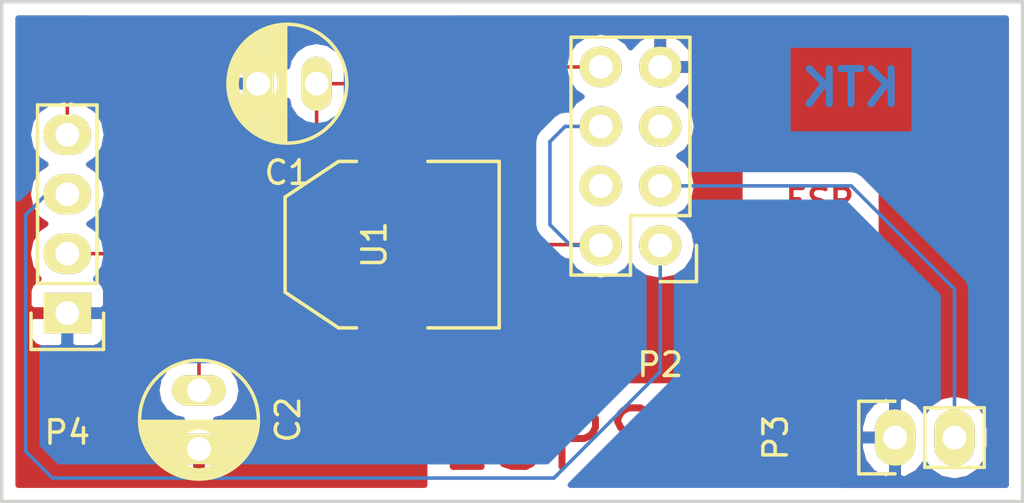
<source format=kicad_pcb>
(kicad_pcb (version 4) (host pcbnew 4.0.4+e1-6308~48~ubuntu16.04.1-stable)

  (general
    (links 14)
    (no_connects 0)
    (area 121.639267 86.8976 169.460734 109.550001)
    (thickness 1.6)
    (drawings 12)
    (tracks 57)
    (zones 0)
    (modules 6)
    (nets 9)
  )

  (page A4)
  (layers
    (0 F.Cu signal)
    (31 B.Cu signal)
    (34 B.Paste user)
    (35 F.Paste user)
    (36 B.SilkS user)
    (37 F.SilkS user)
    (38 B.Mask user)
    (39 F.Mask user)
    (44 Edge.Cuts user)
  )

  (setup
    (last_trace_width 0.1524)
    (trace_clearance 0.1524)
    (zone_clearance 0.508)
    (zone_45_only no)
    (trace_min 0.1524)
    (segment_width 0.2)
    (edge_width 0.15)
    (via_size 0.6858)
    (via_drill 0.3302)
    (via_min_size 0.6858)
    (via_min_drill 0.3302)
    (uvia_size 0.762)
    (uvia_drill 0.508)
    (uvias_allowed no)
    (uvia_min_size 0)
    (uvia_min_drill 0)
    (pcb_text_width 0.3)
    (pcb_text_size 1.5 1.5)
    (mod_edge_width 0.15)
    (mod_text_size 1 1)
    (mod_text_width 0.15)
    (pad_size 1.3 2.3)
    (pad_drill 1.016)
    (pad_to_mask_clearance 0.2)
    (aux_axis_origin 0 0)
    (visible_elements FFFFFF7F)
    (pcbplotparams
      (layerselection 0x010fc_ffffffff)
      (usegerberextensions false)
      (excludeedgelayer true)
      (linewidth 0.100000)
      (plotframeref false)
      (viasonmask false)
      (mode 1)
      (useauxorigin false)
      (hpglpennumber 1)
      (hpglpenspeed 20)
      (hpglpendiameter 15)
      (hpglpenoverlay 2)
      (psnegative false)
      (psa4output false)
      (plotreference true)
      (plotvalue true)
      (plotinvisibletext false)
      (padsonsilk false)
      (subtractmaskfromsilk false)
      (outputformat 1)
      (mirror false)
      (drillshape 0)
      (scaleselection 1)
      (outputdirectory pdf/))
  )

  (net 0 "")
  (net 1 +5V)
  (net 2 GND)
  (net 3 "Net-(C2-Pad1)")
  (net 4 "Net-(P2-Pad3)")
  (net 5 "Net-(P2-Pad4)")
  (net 6 "Net-(P2-Pad5)")
  (net 7 "Net-(P2-Pad1)")
  (net 8 "Net-(P2-Pad8)")

  (net_class Default "This is the default net class."
    (clearance 0.1524)
    (trace_width 0.1524)
    (via_dia 0.6858)
    (via_drill 0.3302)
    (uvia_dia 0.762)
    (uvia_drill 0.508)
    (add_net +5V)
    (add_net GND)
    (add_net "Net-(C2-Pad1)")
    (add_net "Net-(P2-Pad1)")
    (add_net "Net-(P2-Pad3)")
    (add_net "Net-(P2-Pad4)")
    (add_net "Net-(P2-Pad5)")
    (add_net "Net-(P2-Pad8)")
  )

  (module Capacitors_ThroughHole:C_Radial_D5_L11_P2.5 (layer F.Cu) (tedit 57D2C4BC) (tstamp 579617C5)
    (at 137.275 91.625 180)
    (descr "Radial Electrolytic Capacitor Diameter 5mm x Length 11mm, Pitch 2.5mm")
    (tags "Electrolytic Capacitor")
    (path /579612F7)
    (fp_text reference C1 (at 1.25 -3.8 180) (layer F.SilkS)
      (effects (font (size 1 1) (thickness 0.15)))
    )
    (fp_text value 10uF (at 1.25 3.8 180) (layer F.Fab)
      (effects (font (size 1 1) (thickness 0.15)))
    )
    (fp_line (start 1.325 -2.499) (end 1.325 2.499) (layer F.SilkS) (width 0.15))
    (fp_line (start 1.465 -2.491) (end 1.465 2.491) (layer F.SilkS) (width 0.15))
    (fp_line (start 1.605 -2.475) (end 1.605 -0.095) (layer F.SilkS) (width 0.15))
    (fp_line (start 1.605 0.095) (end 1.605 2.475) (layer F.SilkS) (width 0.15))
    (fp_line (start 1.745 -2.451) (end 1.745 -0.49) (layer F.SilkS) (width 0.15))
    (fp_line (start 1.745 0.49) (end 1.745 2.451) (layer F.SilkS) (width 0.15))
    (fp_line (start 1.885 -2.418) (end 1.885 -0.657) (layer F.SilkS) (width 0.15))
    (fp_line (start 1.885 0.657) (end 1.885 2.418) (layer F.SilkS) (width 0.15))
    (fp_line (start 2.025 -2.377) (end 2.025 -0.764) (layer F.SilkS) (width 0.15))
    (fp_line (start 2.025 0.764) (end 2.025 2.377) (layer F.SilkS) (width 0.15))
    (fp_line (start 2.165 -2.327) (end 2.165 -0.835) (layer F.SilkS) (width 0.15))
    (fp_line (start 2.165 0.835) (end 2.165 2.327) (layer F.SilkS) (width 0.15))
    (fp_line (start 2.305 -2.266) (end 2.305 -0.879) (layer F.SilkS) (width 0.15))
    (fp_line (start 2.305 0.879) (end 2.305 2.266) (layer F.SilkS) (width 0.15))
    (fp_line (start 2.445 -2.196) (end 2.445 -0.898) (layer F.SilkS) (width 0.15))
    (fp_line (start 2.445 0.898) (end 2.445 2.196) (layer F.SilkS) (width 0.15))
    (fp_line (start 2.585 -2.114) (end 2.585 -0.896) (layer F.SilkS) (width 0.15))
    (fp_line (start 2.585 0.896) (end 2.585 2.114) (layer F.SilkS) (width 0.15))
    (fp_line (start 2.725 -2.019) (end 2.725 -0.871) (layer F.SilkS) (width 0.15))
    (fp_line (start 2.725 0.871) (end 2.725 2.019) (layer F.SilkS) (width 0.15))
    (fp_line (start 2.865 -1.908) (end 2.865 -0.823) (layer F.SilkS) (width 0.15))
    (fp_line (start 2.865 0.823) (end 2.865 1.908) (layer F.SilkS) (width 0.15))
    (fp_line (start 3.005 -1.78) (end 3.005 -0.745) (layer F.SilkS) (width 0.15))
    (fp_line (start 3.005 0.745) (end 3.005 1.78) (layer F.SilkS) (width 0.15))
    (fp_line (start 3.145 -1.631) (end 3.145 -0.628) (layer F.SilkS) (width 0.15))
    (fp_line (start 3.145 0.628) (end 3.145 1.631) (layer F.SilkS) (width 0.15))
    (fp_line (start 3.285 -1.452) (end 3.285 -0.44) (layer F.SilkS) (width 0.15))
    (fp_line (start 3.285 0.44) (end 3.285 1.452) (layer F.SilkS) (width 0.15))
    (fp_line (start 3.425 -1.233) (end 3.425 1.233) (layer F.SilkS) (width 0.15))
    (fp_line (start 3.565 -0.944) (end 3.565 0.944) (layer F.SilkS) (width 0.15))
    (fp_line (start 3.705 -0.472) (end 3.705 0.472) (layer F.SilkS) (width 0.15))
    (fp_circle (center 2.5 0) (end 2.5 -0.9) (layer F.SilkS) (width 0.15))
    (fp_circle (center 1.25 0) (end 1.25 -2.5375) (layer F.SilkS) (width 0.15))
    (fp_circle (center 1.25 0) (end 1.25 -2.8) (layer F.CrtYd) (width 0.05))
    (pad 1 thru_hole oval (at 0 0 180) (size 1.3 2.3) (drill 1.016) (layers *.Cu *.Mask F.SilkS)
      (net 1 +5V))
    (pad 2 thru_hole oval (at 2.5 0 180) (size 1.3 2.3) (drill 1.016) (layers *.Cu *.Mask F.SilkS)
      (net 2 GND))
    (model Capacitors_ThroughHole.3dshapes/C_Radial_D5_L11_P2.5.wrl
      (at (xyz 0.049213 0 0))
      (scale (xyz 1 1 1))
      (rotate (xyz 0 0 90))
    )
  )

  (module Capacitors_ThroughHole:C_Radial_D5_L11_P2.5 (layer F.Cu) (tedit 57961D50) (tstamp 579617CB)
    (at 132.25 104.725 270)
    (descr "Radial Electrolytic Capacitor Diameter 5mm x Length 11mm, Pitch 2.5mm")
    (tags "Electrolytic Capacitor")
    (path /579611F8)
    (fp_text reference C2 (at 1.25 -3.8 270) (layer F.SilkS)
      (effects (font (size 1 1) (thickness 0.15)))
    )
    (fp_text value 100uF (at 1.25 3.8 270) (layer F.Fab)
      (effects (font (size 1 1) (thickness 0.15)))
    )
    (fp_line (start 1.325 -2.499) (end 1.325 2.499) (layer F.SilkS) (width 0.15))
    (fp_line (start 1.465 -2.491) (end 1.465 2.491) (layer F.SilkS) (width 0.15))
    (fp_line (start 1.605 -2.475) (end 1.605 -0.095) (layer F.SilkS) (width 0.15))
    (fp_line (start 1.605 0.095) (end 1.605 2.475) (layer F.SilkS) (width 0.15))
    (fp_line (start 1.745 -2.451) (end 1.745 -0.49) (layer F.SilkS) (width 0.15))
    (fp_line (start 1.745 0.49) (end 1.745 2.451) (layer F.SilkS) (width 0.15))
    (fp_line (start 1.885 -2.418) (end 1.885 -0.657) (layer F.SilkS) (width 0.15))
    (fp_line (start 1.885 0.657) (end 1.885 2.418) (layer F.SilkS) (width 0.15))
    (fp_line (start 2.025 -2.377) (end 2.025 -0.764) (layer F.SilkS) (width 0.15))
    (fp_line (start 2.025 0.764) (end 2.025 2.377) (layer F.SilkS) (width 0.15))
    (fp_line (start 2.165 -2.327) (end 2.165 -0.835) (layer F.SilkS) (width 0.15))
    (fp_line (start 2.165 0.835) (end 2.165 2.327) (layer F.SilkS) (width 0.15))
    (fp_line (start 2.305 -2.266) (end 2.305 -0.879) (layer F.SilkS) (width 0.15))
    (fp_line (start 2.305 0.879) (end 2.305 2.266) (layer F.SilkS) (width 0.15))
    (fp_line (start 2.445 -2.196) (end 2.445 -0.898) (layer F.SilkS) (width 0.15))
    (fp_line (start 2.445 0.898) (end 2.445 2.196) (layer F.SilkS) (width 0.15))
    (fp_line (start 2.585 -2.114) (end 2.585 -0.896) (layer F.SilkS) (width 0.15))
    (fp_line (start 2.585 0.896) (end 2.585 2.114) (layer F.SilkS) (width 0.15))
    (fp_line (start 2.725 -2.019) (end 2.725 -0.871) (layer F.SilkS) (width 0.15))
    (fp_line (start 2.725 0.871) (end 2.725 2.019) (layer F.SilkS) (width 0.15))
    (fp_line (start 2.865 -1.908) (end 2.865 -0.823) (layer F.SilkS) (width 0.15))
    (fp_line (start 2.865 0.823) (end 2.865 1.908) (layer F.SilkS) (width 0.15))
    (fp_line (start 3.005 -1.78) (end 3.005 -0.745) (layer F.SilkS) (width 0.15))
    (fp_line (start 3.005 0.745) (end 3.005 1.78) (layer F.SilkS) (width 0.15))
    (fp_line (start 3.145 -1.631) (end 3.145 -0.628) (layer F.SilkS) (width 0.15))
    (fp_line (start 3.145 0.628) (end 3.145 1.631) (layer F.SilkS) (width 0.15))
    (fp_line (start 3.285 -1.452) (end 3.285 -0.44) (layer F.SilkS) (width 0.15))
    (fp_line (start 3.285 0.44) (end 3.285 1.452) (layer F.SilkS) (width 0.15))
    (fp_line (start 3.425 -1.233) (end 3.425 1.233) (layer F.SilkS) (width 0.15))
    (fp_line (start 3.565 -0.944) (end 3.565 0.944) (layer F.SilkS) (width 0.15))
    (fp_line (start 3.705 -0.472) (end 3.705 0.472) (layer F.SilkS) (width 0.15))
    (fp_circle (center 2.5 0) (end 2.5 -0.9) (layer F.SilkS) (width 0.15))
    (fp_circle (center 1.25 0) (end 1.25 -2.5375) (layer F.SilkS) (width 0.15))
    (fp_circle (center 1.25 0) (end 1.25 -2.8) (layer F.CrtYd) (width 0.05))
    (pad 1 thru_hole oval (at 0 0 270) (size 1.3 2.3) (drill 1.016) (layers *.Cu *.Mask F.SilkS)
      (net 3 "Net-(C2-Pad1)"))
    (pad 2 thru_hole oval (at 2.5 0 270) (size 1.3 2.3) (drill 1.016) (layers *.Cu *.Mask F.SilkS)
      (net 2 GND))
    (model Capacitors_ThroughHole.3dshapes/C_Radial_D5_L11_P2.5.wrl
      (at (xyz 0.049213 0 0))
      (scale (xyz 1 1 1))
      (rotate (xyz 0 0 90))
    )
  )

  (module Pin_Headers:Pin_Header_Straight_2x04 (layer F.Cu) (tedit 57D2C478) (tstamp 579617E0)
    (at 151.95 98.53 180)
    (descr "Through hole pin header")
    (tags "pin header")
    (path /5796119A)
    (fp_text reference P2 (at 0 -5.1 180) (layer F.SilkS)
      (effects (font (size 1 1) (thickness 0.15)))
    )
    (fp_text value CONN_02X04 (at 0 -3.1 180) (layer F.Fab)
      (effects (font (size 1 1) (thickness 0.15)))
    )
    (fp_line (start -1.75 -1.75) (end -1.75 9.4) (layer F.CrtYd) (width 0.05))
    (fp_line (start 4.3 -1.75) (end 4.3 9.4) (layer F.CrtYd) (width 0.05))
    (fp_line (start -1.75 -1.75) (end 4.3 -1.75) (layer F.CrtYd) (width 0.05))
    (fp_line (start -1.75 9.4) (end 4.3 9.4) (layer F.CrtYd) (width 0.05))
    (fp_line (start -1.27 1.27) (end -1.27 8.89) (layer F.SilkS) (width 0.15))
    (fp_line (start -1.27 8.89) (end 3.81 8.89) (layer F.SilkS) (width 0.15))
    (fp_line (start 3.81 8.89) (end 3.81 -1.27) (layer F.SilkS) (width 0.15))
    (fp_line (start 3.81 -1.27) (end 1.27 -1.27) (layer F.SilkS) (width 0.15))
    (fp_line (start 0 -1.55) (end -1.55 -1.55) (layer F.SilkS) (width 0.15))
    (fp_line (start 1.27 -1.27) (end 1.27 1.27) (layer F.SilkS) (width 0.15))
    (fp_line (start 1.27 1.27) (end -1.27 1.27) (layer F.SilkS) (width 0.15))
    (fp_line (start -1.55 -1.55) (end -1.55 0) (layer F.SilkS) (width 0.15))
    (pad 1 thru_hole oval (at 0 0 180) (size 1.8 1.7272) (drill 1.016) (layers *.Cu *.Mask F.SilkS)
      (net 7 "Net-(P2-Pad1)"))
    (pad 2 thru_hole oval (at 2.54 0 180) (size 1.8 1.7272) (drill 1.016) (layers *.Cu *.Mask F.SilkS)
      (net 3 "Net-(C2-Pad1)"))
    (pad 3 thru_hole oval (at 0 2.54 180) (size 1.8 1.7272) (drill 1.016) (layers *.Cu *.Mask F.SilkS)
      (net 4 "Net-(P2-Pad3)"))
    (pad 4 thru_hole oval (at 2.54 2.54 180) (size 1.8 1.7272) (drill 1.016) (layers *.Cu *.Mask F.SilkS)
      (net 5 "Net-(P2-Pad4)"))
    (pad 5 thru_hole oval (at 0 5.08 180) (size 1.8 1.7272) (drill 1.016) (layers *.Cu *.Mask F.SilkS)
      (net 6 "Net-(P2-Pad5)"))
    (pad 6 thru_hole oval (at 2.54 5.08 180) (size 1.8 1.7272) (drill 1.016) (layers *.Cu *.Mask F.SilkS)
      (net 3 "Net-(C2-Pad1)"))
    (pad 7 thru_hole oval (at 0 7.62 180) (size 1.8 1.7272) (drill 1.016) (layers *.Cu *.Mask F.SilkS)
      (net 2 GND))
    (pad 8 thru_hole oval (at 2.54 7.62 180) (size 1.8 1.7272) (drill 1.016) (layers *.Cu *.Mask F.SilkS)
      (net 8 "Net-(P2-Pad8)"))
    (model Pin_Headers.3dshapes/Pin_Header_Straight_2x04.wrl
      (at (xyz 0.05 -0.15 0))
      (scale (xyz 1 1 1))
      (rotate (xyz 0 0 90))
    )
  )

  (module Pin_Headers:Pin_Header_Straight_1x02 (layer F.Cu) (tedit 57D2C49E) (tstamp 579617E6)
    (at 161.98 106.74 90)
    (descr "Through hole pin header")
    (tags "pin header")
    (path /57961BAB)
    (fp_text reference P3 (at 0 -5.1 90) (layer F.SilkS)
      (effects (font (size 1 1) (thickness 0.15)))
    )
    (fp_text value CONN_01X02 (at 0 -3.1 90) (layer F.Fab)
      (effects (font (size 1 1) (thickness 0.15)))
    )
    (fp_line (start 1.27 1.27) (end 1.27 3.81) (layer F.SilkS) (width 0.15))
    (fp_line (start 1.55 -1.55) (end 1.55 0) (layer F.SilkS) (width 0.15))
    (fp_line (start -1.75 -1.75) (end -1.75 4.3) (layer F.CrtYd) (width 0.05))
    (fp_line (start 1.75 -1.75) (end 1.75 4.3) (layer F.CrtYd) (width 0.05))
    (fp_line (start -1.75 -1.75) (end 1.75 -1.75) (layer F.CrtYd) (width 0.05))
    (fp_line (start -1.75 4.3) (end 1.75 4.3) (layer F.CrtYd) (width 0.05))
    (fp_line (start 1.27 1.27) (end -1.27 1.27) (layer F.SilkS) (width 0.15))
    (fp_line (start -1.55 0) (end -1.55 -1.55) (layer F.SilkS) (width 0.15))
    (fp_line (start -1.55 -1.55) (end 1.55 -1.55) (layer F.SilkS) (width 0.15))
    (fp_line (start -1.27 1.27) (end -1.27 3.81) (layer F.SilkS) (width 0.15))
    (fp_line (start -1.27 3.81) (end 1.27 3.81) (layer F.SilkS) (width 0.15))
    (pad 1 thru_hole oval (at 0 0 90) (size 2.4 1.7272) (drill 1.016) (layers *.Cu *.Mask F.SilkS)
      (net 2 GND))
    (pad 2 thru_hole oval (at 0 2.54 90) (size 2.4 1.7272) (drill 1.016) (layers *.Cu *.Mask F.SilkS)
      (net 4 "Net-(P2-Pad3)"))
    (model Pin_Headers.3dshapes/Pin_Header_Straight_1x02.wrl
      (at (xyz 0 -0.05 0))
      (scale (xyz 1 1 1))
      (rotate (xyz 0 0 90))
    )
  )

  (module TO_SOT_Packages_SMD:SOT-223 (layer F.Cu) (tedit 0) (tstamp 579617EE)
    (at 140.5 98.5 90)
    (descr "module CMS SOT223 4 pins")
    (tags "CMS SOT")
    (path /579616D5)
    (attr smd)
    (fp_text reference U1 (at 0 -0.762 90) (layer F.SilkS)
      (effects (font (size 1 1) (thickness 0.15)))
    )
    (fp_text value LM1117-3.3 (at 0 0.762 90) (layer F.Fab)
      (effects (font (size 1 1) (thickness 0.15)))
    )
    (fp_line (start -3.556 1.524) (end -3.556 4.572) (layer F.SilkS) (width 0.15))
    (fp_line (start -3.556 4.572) (end 3.556 4.572) (layer F.SilkS) (width 0.15))
    (fp_line (start 3.556 4.572) (end 3.556 1.524) (layer F.SilkS) (width 0.15))
    (fp_line (start -3.556 -1.524) (end -3.556 -2.286) (layer F.SilkS) (width 0.15))
    (fp_line (start -3.556 -2.286) (end -2.032 -4.572) (layer F.SilkS) (width 0.15))
    (fp_line (start -2.032 -4.572) (end 2.032 -4.572) (layer F.SilkS) (width 0.15))
    (fp_line (start 2.032 -4.572) (end 3.556 -2.286) (layer F.SilkS) (width 0.15))
    (fp_line (start 3.556 -2.286) (end 3.556 -1.524) (layer F.SilkS) (width 0.15))
    (pad 4 smd rect (at 0 -3.302 90) (size 3.6576 2.032) (layers F.Cu F.Paste F.Mask)
      (net 3 "Net-(C2-Pad1)"))
    (pad 2 smd rect (at 0 3.302 90) (size 1.016 2.032) (layers F.Cu F.Paste F.Mask)
      (net 3 "Net-(C2-Pad1)"))
    (pad 3 smd rect (at 2.286 3.302 90) (size 1.016 2.032) (layers F.Cu F.Paste F.Mask)
      (net 1 +5V))
    (pad 1 smd rect (at -2.286 3.302 90) (size 1.016 2.032) (layers F.Cu F.Paste F.Mask)
      (net 2 GND))
    (model TO_SOT_Packages_SMD.3dshapes/SOT-223.wrl
      (at (xyz 0 0 0))
      (scale (xyz 0.4 0.4 0.4))
      (rotate (xyz 0 0 0))
    )
  )

  (module Pin_Headers:Pin_Header_Straight_1x04 (layer F.Cu) (tedit 0) (tstamp 57AE0409)
    (at 126.625 101.425 180)
    (descr "Through hole pin header")
    (tags "pin header")
    (path /57AE041F)
    (fp_text reference P4 (at 0 -5.1 180) (layer F.SilkS)
      (effects (font (size 1 1) (thickness 0.15)))
    )
    (fp_text value CONN_01X04 (at 0 -3.1 180) (layer F.Fab)
      (effects (font (size 1 1) (thickness 0.15)))
    )
    (fp_line (start -1.75 -1.75) (end -1.75 9.4) (layer F.CrtYd) (width 0.05))
    (fp_line (start 1.75 -1.75) (end 1.75 9.4) (layer F.CrtYd) (width 0.05))
    (fp_line (start -1.75 -1.75) (end 1.75 -1.75) (layer F.CrtYd) (width 0.05))
    (fp_line (start -1.75 9.4) (end 1.75 9.4) (layer F.CrtYd) (width 0.05))
    (fp_line (start -1.27 1.27) (end -1.27 8.89) (layer F.SilkS) (width 0.15))
    (fp_line (start 1.27 1.27) (end 1.27 8.89) (layer F.SilkS) (width 0.15))
    (fp_line (start 1.55 -1.55) (end 1.55 0) (layer F.SilkS) (width 0.15))
    (fp_line (start -1.27 8.89) (end 1.27 8.89) (layer F.SilkS) (width 0.15))
    (fp_line (start 1.27 1.27) (end -1.27 1.27) (layer F.SilkS) (width 0.15))
    (fp_line (start -1.55 0) (end -1.55 -1.55) (layer F.SilkS) (width 0.15))
    (fp_line (start -1.55 -1.55) (end 1.55 -1.55) (layer F.SilkS) (width 0.15))
    (pad 1 thru_hole rect (at 0 0 180) (size 2.032 1.7272) (drill 1.016) (layers *.Cu *.Mask F.SilkS)
      (net 2 GND))
    (pad 2 thru_hole oval (at 0 2.54 180) (size 2.032 1.7272) (drill 1.016) (layers *.Cu *.Mask F.SilkS)
      (net 1 +5V))
    (pad 3 thru_hole oval (at 0 5.08 180) (size 2.032 1.7272) (drill 1.016) (layers *.Cu *.Mask F.SilkS)
      (net 7 "Net-(P2-Pad1)"))
    (pad 4 thru_hole oval (at 0 7.62 180) (size 2.032 1.7272) (drill 1.016) (layers *.Cu *.Mask F.SilkS)
      (net 8 "Net-(P2-Pad8)"))
    (model Pin_Headers.3dshapes/Pin_Header_Straight_1x04.wrl
      (at (xyz 0 -0.15 0))
      (scale (xyz 1 1 1))
      (rotate (xyz 0 0 90))
    )
  )

  (gr_text KTK (at 160.1 91.8) (layer B.Cu)
    (effects (font (size 1.5 1.5) (thickness 0.3)) (justify mirror))
  )
  (gr_line (start 123.825 88.125) (end 124.025 88.125) (angle 90) (layer Edge.Cuts) (width 0.15))
  (gr_text " ESP\nFRONT" (at 158.375 97.45) (layer F.Cu)
    (effects (font (size 1.016 1.016) (thickness 0.1905)))
  )
  (gr_text Tx (at 130.15 92.925) (layer F.Cu)
    (effects (font (size 1.5 1.5) (thickness 0.3)))
  )
  (gr_text Rx (at 130.2 96.175) (layer F.Cu)
    (effects (font (size 1.5 1.5) (thickness 0.3)))
  )
  (gr_line (start 123.825 109.475) (end 123.825 88.125) (angle 90) (layer Edge.Cuts) (width 0.15))
  (gr_line (start 167.425 109.475) (end 123.825 109.475) (angle 90) (layer Edge.Cuts) (width 0.15))
  (gr_line (start 167.425 88.125) (end 167.425 109.475) (angle 90) (layer Edge.Cuts) (width 0.15))
  (gr_line (start 123.95 88.125) (end 167.425 88.125) (angle 90) (layer Edge.Cuts) (width 0.15))
  (gr_text + (at 129.725 99.85) (layer F.Cu)
    (effects (font (size 1.5 1.5) (thickness 0.3)))
  )
  (gr_text - (at 129.625 102.375) (layer F.Cu)
    (effects (font (size 1.5 1.5) (thickness 0.3)))
  )
  (gr_text ESP8266 (at 150.85 106.83) (layer F.Cu)
    (effects (font (size 2.5 2.5) (thickness 0.3)))
  )

  (segment (start 126.625 98.885) (end 128.49 98.885) (width 0.1524) (layer F.Cu) (net 1))
  (segment (start 137.275 94.325) (end 137.275 91.625) (width 0.1524) (layer F.Cu) (net 1) (tstamp 57AE07BA))
  (segment (start 136 95.6) (end 137.275 94.325) (width 0.1524) (layer F.Cu) (net 1) (tstamp 57AE07B8))
  (segment (start 135.25 95.6) (end 136 95.6) (width 0.1524) (layer F.Cu) (net 1) (tstamp 57AE07B6))
  (segment (start 132.9 97.95) (end 135.25 95.6) (width 0.1524) (layer F.Cu) (net 1) (tstamp 57AE07B4))
  (segment (start 129.425 97.95) (end 132.9 97.95) (width 0.1524) (layer F.Cu) (net 1) (tstamp 57AE07B2))
  (segment (start 128.49 98.885) (end 129.425 97.95) (width 0.1524) (layer F.Cu) (net 1) (tstamp 57AE07AF))
  (segment (start 137.275 91.625) (end 142.4 91.625) (width 0.1524) (layer F.Cu) (net 1))
  (segment (start 143.802 93.027) (end 143.802 96.214) (width 0.1524) (layer F.Cu) (net 1) (tstamp 57AE0762))
  (segment (start 142.4 91.625) (end 143.802 93.027) (width 0.1524) (layer F.Cu) (net 1) (tstamp 57AE075F))
  (segment (start 143.802 100.786) (end 146.996 100.786) (width 0.1524) (layer F.Cu) (net 2) (status 400000))
  (segment (start 161.98 105.33) (end 161.98 106.74) (width 0.1524) (layer F.Cu) (net 2) (tstamp 57D2C3FA) (status 800000))
  (segment (start 160.28 103.63) (end 161.98 105.33) (width 0.1524) (layer F.Cu) (net 2) (tstamp 57D2C3F8))
  (segment (start 149.84 103.63) (end 160.28 103.63) (width 0.1524) (layer F.Cu) (net 2) (tstamp 57D2C3F6))
  (segment (start 146.996 100.786) (end 149.84 103.63) (width 0.1524) (layer F.Cu) (net 2) (tstamp 57D2C3F2))
  (segment (start 126.625 101.425) (end 128.665 101.425) (width 0.1524) (layer B.Cu) (net 2) (status 400000))
  (segment (start 132.555 91.625) (end 134.775 91.625) (width 0.1524) (layer B.Cu) (net 2) (tstamp 57D2C394) (status 800000))
  (segment (start 131.14 93.04) (end 132.555 91.625) (width 0.1524) (layer B.Cu) (net 2) (tstamp 57D2C392))
  (segment (start 131.14 98.95) (end 131.14 93.04) (width 0.1524) (layer B.Cu) (net 2) (tstamp 57D2C390))
  (segment (start 128.665 101.425) (end 131.14 98.95) (width 0.1524) (layer B.Cu) (net 2) (tstamp 57D2C38D))
  (segment (start 134.775 91.625) (end 134.775 90.985) (width 0.1524) (layer B.Cu) (net 2) (status C00000))
  (segment (start 134.775 90.985) (end 136.81 88.95) (width 0.1524) (layer B.Cu) (net 2) (tstamp 57D2C355) (status 400000))
  (segment (start 136.81 88.95) (end 151.46 88.95) (width 0.1524) (layer B.Cu) (net 2) (tstamp 57D2C35C))
  (segment (start 151.46 88.95) (end 151.95 89.44) (width 0.1524) (layer B.Cu) (net 2) (tstamp 57D2C360))
  (segment (start 151.95 89.44) (end 151.95 90.91) (width 0.1524) (layer B.Cu) (net 2) (tstamp 57D2C362) (status 800000))
  (segment (start 126.625 101.425) (end 126.625 105.025) (width 0.1524) (layer F.Cu) (net 2))
  (segment (start 126.625 105.025) (end 128.825 107.225) (width 0.1524) (layer F.Cu) (net 2) (tstamp 57AE057D))
  (segment (start 128.825 107.225) (end 132.25 107.225) (width 0.1524) (layer F.Cu) (net 2) (tstamp 57AE057F))
  (segment (start 132.25 107.225) (end 139.35 107.225) (width 0.1524) (layer F.Cu) (net 2))
  (segment (start 139.35 107.225) (end 143.802 102.773) (width 0.1524) (layer F.Cu) (net 2) (tstamp 57AE0575))
  (segment (start 143.802 102.773) (end 143.802 100.786) (width 0.1524) (layer F.Cu) (net 2) (tstamp 57AE0579))
  (segment (start 143.802 98.5) (end 149.38 98.5) (width 0.1524) (layer F.Cu) (net 3) (status C00000))
  (segment (start 149.38 98.5) (end 149.41 98.53) (width 0.1524) (layer F.Cu) (net 3) (tstamp 57D2C3E8) (status C00000))
  (segment (start 149.41 93.45) (end 147.89 93.45) (width 0.1524) (layer B.Cu) (net 3) (status 400000))
  (segment (start 148.12 98.53) (end 149.41 98.53) (width 0.1524) (layer B.Cu) (net 3) (tstamp 57D2C3A9) (status 800000))
  (segment (start 147.24 97.65) (end 148.12 98.53) (width 0.1524) (layer B.Cu) (net 3) (tstamp 57D2C3A7))
  (segment (start 147.24 94.1) (end 147.24 97.65) (width 0.1524) (layer B.Cu) (net 3) (tstamp 57D2C3A5))
  (segment (start 147.89 93.45) (end 147.24 94.1) (width 0.1524) (layer B.Cu) (net 3) (tstamp 57D2C3A0))
  (segment (start 137.198 98.5) (end 143.802 98.5) (width 0.1524) (layer F.Cu) (net 3))
  (segment (start 132.25 104.725) (end 132.25 100.525) (width 0.1524) (layer F.Cu) (net 3))
  (segment (start 134.275 98.5) (end 137.198 98.5) (width 0.1524) (layer F.Cu) (net 3) (tstamp 57AE052E))
  (segment (start 132.25 100.525) (end 134.275 98.5) (width 0.1524) (layer F.Cu) (net 3) (tstamp 57AE052C))
  (segment (start 151.95 95.99) (end 160.11 95.99) (width 0.1524) (layer B.Cu) (net 4) (status 400000))
  (segment (start 164.52 100.4) (end 164.52 106.74) (width 0.1524) (layer B.Cu) (net 4) (tstamp 57D2C404) (status 800000))
  (segment (start 160.11 95.99) (end 164.52 100.4) (width 0.1524) (layer B.Cu) (net 4) (tstamp 57D2C402))
  (segment (start 126.625 96.345) (end 125.735 96.345) (width 0.1524) (layer B.Cu) (net 7) (status C00000))
  (segment (start 125.735 96.345) (end 124.85 97.23) (width 0.1524) (layer B.Cu) (net 7) (tstamp 57D2C3CA) (status 400000))
  (segment (start 124.85 97.23) (end 124.85 107.33) (width 0.1524) (layer B.Cu) (net 7) (tstamp 57D2C3CD))
  (segment (start 124.85 107.33) (end 125.99 108.47) (width 0.1524) (layer B.Cu) (net 7) (tstamp 57D2C3D1))
  (segment (start 125.99 108.47) (end 147.41 108.47) (width 0.1524) (layer B.Cu) (net 7) (tstamp 57D2C3D6))
  (segment (start 147.41 108.47) (end 151.95 103.93) (width 0.1524) (layer B.Cu) (net 7) (tstamp 57D2C3DC))
  (segment (start 151.95 103.93) (end 151.95 98.53) (width 0.1524) (layer B.Cu) (net 7) (tstamp 57D2C3DF) (status 800000))
  (segment (start 126.625 93.805) (end 126.625 90.425) (width 0.1524) (layer F.Cu) (net 8) (status 400000))
  (segment (start 144.55 90.91) (end 149.41 90.91) (width 0.1524) (layer F.Cu) (net 8) (tstamp 57D2C385) (status 800000))
  (segment (start 143.18 89.54) (end 144.55 90.91) (width 0.1524) (layer F.Cu) (net 8) (tstamp 57D2C380))
  (segment (start 127.51 89.54) (end 143.18 89.54) (width 0.1524) (layer F.Cu) (net 8) (tstamp 57D2C37D))
  (segment (start 126.625 90.425) (end 127.51 89.54) (width 0.1524) (layer F.Cu) (net 8) (tstamp 57D2C37A))

  (zone (net 2) (net_name GND) (layer B.Cu) (tstamp 57AE0821) (hatch edge 0.508)
    (connect_pads (clearance 0.508))
    (min_thickness 0.254)
    (fill yes (arc_segments 16) (thermal_gap 0.508) (thermal_bridge_width 0.508))
    (polygon
      (pts
        (xy 167.425 88.125) (xy 167.425 109.5) (xy 123.825 109.475) (xy 123.825 88.1)
      )
    )
    (filled_polygon
      (pts
        (xy 166.715 108.765) (xy 148.120788 108.765) (xy 150.018788 106.867) (xy 160.4814 106.867) (xy 160.4814 107.2034)
        (xy 160.644075 107.767222) (xy 161.010132 108.225873) (xy 161.523843 108.509527) (xy 161.620974 108.531358) (xy 161.853 108.410217)
        (xy 161.853 106.867) (xy 160.4814 106.867) (xy 150.018788 106.867) (xy 150.609188 106.2766) (xy 160.4814 106.2766)
        (xy 160.4814 106.613) (xy 161.853 106.613) (xy 161.853 105.069783) (xy 161.620974 104.948642) (xy 161.523843 104.970473)
        (xy 161.010132 105.254127) (xy 160.644075 105.712778) (xy 160.4814 106.2766) (xy 150.609188 106.2766) (xy 152.452895 104.432894)
        (xy 152.607063 104.202164) (xy 152.6612 103.93) (xy 152.6612 99.866926) (xy 153.076142 99.58967) (xy 153.400998 99.103489)
        (xy 153.515072 98.53) (xy 153.400998 97.956511) (xy 153.076142 97.47033) (xy 152.761361 97.26) (xy 153.076142 97.04967)
        (xy 153.308982 96.7012) (xy 159.815412 96.7012) (xy 163.8088 100.694588) (xy 163.8088 105.07514) (xy 163.46033 105.30798)
        (xy 163.247303 105.626798) (xy 162.949868 105.254127) (xy 162.436157 104.970473) (xy 162.339026 104.948642) (xy 162.107 105.069783)
        (xy 162.107 106.613) (xy 162.127 106.613) (xy 162.127 106.867) (xy 162.107 106.867) (xy 162.107 108.410217)
        (xy 162.339026 108.531358) (xy 162.436157 108.509527) (xy 162.949868 108.225873) (xy 163.247303 107.853202) (xy 163.46033 108.17202)
        (xy 163.946511 108.496876) (xy 164.52 108.61095) (xy 165.093489 108.496876) (xy 165.57967 108.17202) (xy 165.904526 107.685839)
        (xy 166.0186 107.11235) (xy 166.0186 106.36765) (xy 165.904526 105.794161) (xy 165.57967 105.30798) (xy 165.2312 105.07514)
        (xy 165.2312 100.4) (xy 165.177063 100.127836) (xy 165.177063 100.127835) (xy 165.022894 99.897106) (xy 160.612894 95.487106)
        (xy 160.382165 95.332937) (xy 160.11 95.2788) (xy 153.308982 95.2788) (xy 153.076142 94.93033) (xy 152.761361 94.72)
        (xy 153.076142 94.50967) (xy 153.400998 94.023489) (xy 153.515072 93.45) (xy 153.400998 92.876511) (xy 153.076142 92.39033)
        (xy 152.755723 92.176232) (xy 152.844661 92.137157) (xy 153.248942 91.715303) (xy 153.441358 91.269026) (xy 153.320217 91.037)
        (xy 152.077 91.037) (xy 152.077 91.057) (xy 151.823 91.057) (xy 151.823 91.037) (xy 151.803 91.037)
        (xy 151.803 90.783) (xy 151.823 90.783) (xy 151.823 89.573987) (xy 152.077 89.573987) (xy 152.077 90.783)
        (xy 153.320217 90.783) (xy 153.441358 90.550974) (xy 153.248942 90.104697) (xy 153.115065 89.965) (xy 157.393572 89.965)
        (xy 157.393572 93.785) (xy 162.806429 93.785) (xy 162.806429 89.965) (xy 157.393572 89.965) (xy 153.115065 89.965)
        (xy 152.844661 89.682843) (xy 152.309717 89.447813) (xy 152.077 89.573987) (xy 151.823 89.573987) (xy 151.590283 89.447813)
        (xy 151.055339 89.682843) (xy 150.683491 90.070854) (xy 150.536142 89.85033) (xy 150.049961 89.525474) (xy 149.476472 89.4114)
        (xy 149.343528 89.4114) (xy 148.770039 89.525474) (xy 148.283858 89.85033) (xy 147.959002 90.336511) (xy 147.844928 90.91)
        (xy 147.959002 91.483489) (xy 148.283858 91.96967) (xy 148.598639 92.18) (xy 148.283858 92.39033) (xy 148.051018 92.7388)
        (xy 147.89 92.7388) (xy 147.617835 92.792937) (xy 147.387106 92.947106) (xy 146.737106 93.597106) (xy 146.582937 93.827835)
        (xy 146.582937 93.827836) (xy 146.5288 94.1) (xy 146.5288 97.65) (xy 146.582937 97.922165) (xy 146.737106 98.152894)
        (xy 147.617106 99.032894) (xy 147.847835 99.187063) (xy 148.040444 99.225375) (xy 148.283858 99.58967) (xy 148.770039 99.914526)
        (xy 149.343528 100.0286) (xy 149.476472 100.0286) (xy 150.049961 99.914526) (xy 150.536142 99.58967) (xy 150.68 99.374371)
        (xy 150.823858 99.58967) (xy 151.2388 99.866926) (xy 151.2388 103.635411) (xy 147.115412 107.7588) (xy 133.900662 107.7588)
        (xy 133.985786 107.599415) (xy 133.993099 107.550471) (xy 133.869067 107.352) (xy 132.377 107.352) (xy 132.377 107.372)
        (xy 132.123 107.372) (xy 132.123 107.352) (xy 130.630933 107.352) (xy 130.506901 107.550471) (xy 130.514214 107.599415)
        (xy 130.599338 107.7588) (xy 126.284589 107.7588) (xy 125.5612 107.035412) (xy 125.5612 104.725) (xy 130.43003 104.725)
        (xy 130.527845 105.216748) (xy 130.806398 105.633632) (xy 131.223282 105.912185) (xy 131.520153 105.971236) (xy 131.140919 106.086416)
        (xy 130.751565 106.406171) (xy 130.514214 106.850585) (xy 130.506901 106.899529) (xy 130.630933 107.098) (xy 132.123 107.098)
        (xy 132.123 107.078) (xy 132.377 107.078) (xy 132.377 107.098) (xy 133.869067 107.098) (xy 133.993099 106.899529)
        (xy 133.985786 106.850585) (xy 133.748435 106.406171) (xy 133.359081 106.086416) (xy 132.979847 105.971236) (xy 133.276718 105.912185)
        (xy 133.693602 105.633632) (xy 133.972155 105.216748) (xy 134.06997 104.725) (xy 133.972155 104.233252) (xy 133.693602 103.816368)
        (xy 133.276718 103.537815) (xy 132.78497 103.44) (xy 131.71503 103.44) (xy 131.223282 103.537815) (xy 130.806398 103.816368)
        (xy 130.527845 104.233252) (xy 130.43003 104.725) (xy 125.5612 104.725) (xy 125.5612 102.9236) (xy 126.33925 102.9236)
        (xy 126.498 102.76485) (xy 126.498 101.552) (xy 126.752 101.552) (xy 126.752 102.76485) (xy 126.91075 102.9236)
        (xy 127.767309 102.9236) (xy 128.000698 102.826927) (xy 128.179327 102.648299) (xy 128.276 102.41491) (xy 128.276 101.71075)
        (xy 128.11725 101.552) (xy 126.752 101.552) (xy 126.498 101.552) (xy 126.478 101.552) (xy 126.478 101.298)
        (xy 126.498 101.298) (xy 126.498 101.278) (xy 126.752 101.278) (xy 126.752 101.298) (xy 128.11725 101.298)
        (xy 128.276 101.13925) (xy 128.276 100.43509) (xy 128.179327 100.201701) (xy 128.000698 100.023073) (xy 127.84722 99.9595)
        (xy 127.869415 99.94467) (xy 128.194271 99.458489) (xy 128.308345 98.885) (xy 128.194271 98.311511) (xy 127.869415 97.82533)
        (xy 127.554634 97.615) (xy 127.869415 97.40467) (xy 128.194271 96.918489) (xy 128.308345 96.345) (xy 128.194271 95.771511)
        (xy 127.869415 95.28533) (xy 127.554634 95.075) (xy 127.869415 94.86467) (xy 128.194271 94.378489) (xy 128.308345 93.805)
        (xy 128.194271 93.231511) (xy 127.869415 92.74533) (xy 127.383234 92.420474) (xy 126.809745 92.3064) (xy 126.440255 92.3064)
        (xy 125.866766 92.420474) (xy 125.380585 92.74533) (xy 125.055729 93.231511) (xy 124.941655 93.805) (xy 125.055729 94.378489)
        (xy 125.380585 94.86467) (xy 125.695366 95.075) (xy 125.380585 95.28533) (xy 125.055729 95.771511) (xy 124.994405 96.079807)
        (xy 124.535 96.539212) (xy 124.535 91.752) (xy 133.49 91.752) (xy 133.49 92.252) (xy 133.636416 92.734081)
        (xy 133.956171 93.123435) (xy 134.400585 93.360786) (xy 134.449529 93.368099) (xy 134.648 93.244067) (xy 134.648 91.752)
        (xy 133.49 91.752) (xy 124.535 91.752) (xy 124.535 90.998) (xy 133.49 90.998) (xy 133.49 91.498)
        (xy 134.648 91.498) (xy 134.648 90.005933) (xy 134.902 90.005933) (xy 134.902 91.498) (xy 134.922 91.498)
        (xy 134.922 91.752) (xy 134.902 91.752) (xy 134.902 93.244067) (xy 135.100471 93.368099) (xy 135.149415 93.360786)
        (xy 135.593829 93.123435) (xy 135.913584 92.734081) (xy 136.028764 92.354847) (xy 136.087815 92.651718) (xy 136.366368 93.068602)
        (xy 136.783252 93.347155) (xy 137.275 93.44497) (xy 137.766748 93.347155) (xy 138.183632 93.068602) (xy 138.462185 92.651718)
        (xy 138.56 92.15997) (xy 138.56 91.09003) (xy 138.462185 90.598282) (xy 138.183632 90.181398) (xy 137.766748 89.902845)
        (xy 137.275 89.80503) (xy 136.783252 89.902845) (xy 136.366368 90.181398) (xy 136.087815 90.598282) (xy 136.028764 90.895153)
        (xy 135.913584 90.515919) (xy 135.593829 90.126565) (xy 135.149415 89.889214) (xy 135.100471 89.881901) (xy 134.902 90.005933)
        (xy 134.648 90.005933) (xy 134.449529 89.881901) (xy 134.400585 89.889214) (xy 133.956171 90.126565) (xy 133.636416 90.515919)
        (xy 133.49 90.998) (xy 124.535 90.998) (xy 124.535 88.835) (xy 166.715 88.835)
      )
    )
  )
  (zone (net 2) (net_name GND) (layer F.Cu) (tstamp 57AE0850) (hatch edge 0.508)
    (connect_pads (clearance 0.508))
    (min_thickness 0.254)
    (fill yes (arc_segments 16) (thermal_gap 0.508) (thermal_bridge_width 0.508))
    (polygon
      (pts
        (xy 123.825 88.1) (xy 123.825 109.475) (xy 167.425 109.475) (xy 167.45 88.1) (xy 123.85 88.1)
      )
    )
    (filled_polygon
      (pts
        (xy 127.237835 88.882937) (xy 127.007106 89.037106) (xy 126.122106 89.922106) (xy 125.967937 90.152835) (xy 125.931402 90.336511)
        (xy 125.9138 90.425) (xy 125.9138 92.411118) (xy 125.866766 92.420474) (xy 125.380585 92.74533) (xy 125.055729 93.231511)
        (xy 124.941655 93.805) (xy 125.055729 94.378489) (xy 125.380585 94.86467) (xy 125.695366 95.075) (xy 125.380585 95.28533)
        (xy 125.055729 95.771511) (xy 124.941655 96.345) (xy 125.055729 96.918489) (xy 125.380585 97.40467) (xy 125.695366 97.615)
        (xy 125.380585 97.82533) (xy 125.055729 98.311511) (xy 124.941655 98.885) (xy 125.055729 99.458489) (xy 125.380585 99.94467)
        (xy 125.40278 99.9595) (xy 125.249302 100.023073) (xy 125.070673 100.201701) (xy 124.974 100.43509) (xy 124.974 101.13925)
        (xy 125.13275 101.298) (xy 126.498 101.298) (xy 126.498 101.278) (xy 126.752 101.278) (xy 126.752 101.298)
        (xy 126.772 101.298) (xy 126.772 101.552) (xy 126.752 101.552) (xy 126.752 102.76485) (xy 126.91075 102.9236)
        (xy 127.767309 102.9236) (xy 128.000698 102.826927) (xy 128.061429 102.766196) (xy 128.061429 104.36) (xy 130.502633 104.36)
        (xy 130.43003 104.725) (xy 130.527845 105.216748) (xy 130.806398 105.633632) (xy 131.223282 105.912185) (xy 131.520153 105.971236)
        (xy 131.140919 106.086416) (xy 130.751565 106.406171) (xy 130.514214 106.850585) (xy 130.506901 106.899529) (xy 130.630933 107.098)
        (xy 132.123 107.098) (xy 132.123 107.078) (xy 132.377 107.078) (xy 132.377 107.098) (xy 133.869067 107.098)
        (xy 133.993099 106.899529) (xy 133.985786 106.850585) (xy 133.748435 106.406171) (xy 133.359081 106.086416) (xy 132.979847 105.971236)
        (xy 133.276718 105.912185) (xy 133.693602 105.633632) (xy 133.972155 105.216748) (xy 134.06997 104.725) (xy 133.972155 104.233252)
        (xy 133.693602 103.816368) (xy 133.276718 103.537815) (xy 132.9612 103.475054) (xy 132.9612 101.07175) (xy 142.151 101.07175)
        (xy 142.151 101.420309) (xy 142.247673 101.653698) (xy 142.426301 101.832327) (xy 142.65969 101.929) (xy 143.51625 101.929)
        (xy 143.675 101.77025) (xy 143.675 100.913) (xy 143.929 100.913) (xy 143.929 101.77025) (xy 144.08775 101.929)
        (xy 144.94431 101.929) (xy 145.177699 101.832327) (xy 145.356327 101.653698) (xy 145.453 101.420309) (xy 145.453 101.07175)
        (xy 145.29425 100.913) (xy 143.929 100.913) (xy 143.675 100.913) (xy 142.30975 100.913) (xy 142.151 101.07175)
        (xy 132.9612 101.07175) (xy 132.9612 100.819588) (xy 134.569589 99.2112) (xy 135.53456 99.2112) (xy 135.53456 100.3288)
        (xy 135.578838 100.564117) (xy 135.71791 100.780241) (xy 135.93011 100.925231) (xy 136.182 100.97624) (xy 138.214 100.97624)
        (xy 138.449317 100.931962) (xy 138.665441 100.79289) (xy 138.810431 100.58069) (xy 138.86144 100.3288) (xy 138.86144 99.2112)
        (xy 142.176795 99.2112) (xy 142.182838 99.243317) (xy 142.32191 99.459441) (xy 142.53411 99.604431) (xy 142.724569 99.643)
        (xy 142.65969 99.643) (xy 142.426301 99.739673) (xy 142.247673 99.918302) (xy 142.151 100.151691) (xy 142.151 100.50025)
        (xy 142.30975 100.659) (xy 143.675 100.659) (xy 143.675 100.639) (xy 143.929 100.639) (xy 143.929 100.659)
        (xy 145.29425 100.659) (xy 145.453 100.50025) (xy 145.453 100.151691) (xy 145.356327 99.918302) (xy 145.177699 99.739673)
        (xy 144.94431 99.643) (xy 144.884113 99.643) (xy 145.053317 99.611162) (xy 145.269441 99.47209) (xy 145.414431 99.25989)
        (xy 145.424291 99.2112) (xy 148.030972 99.2112) (xy 148.283858 99.58967) (xy 148.770039 99.914526) (xy 149.343528 100.0286)
        (xy 149.476472 100.0286) (xy 150.049961 99.914526) (xy 150.536142 99.58967) (xy 150.68 99.374371) (xy 150.823858 99.58967)
        (xy 151.310039 99.914526) (xy 151.883528 100.0286) (xy 152.016472 100.0286) (xy 152.589961 99.914526) (xy 153.076142 99.58967)
        (xy 153.400998 99.103489) (xy 153.515072 98.53) (xy 153.400998 97.956511) (xy 153.076142 97.47033) (xy 152.761361 97.26)
        (xy 153.076142 97.04967) (xy 153.400998 96.563489) (xy 153.515072 95.99) (xy 153.400998 95.416511) (xy 153.22379 95.1513)
        (xy 155.345143 95.1513) (xy 155.345143 99.8503) (xy 161.404857 99.8503) (xy 161.404857 95.1513) (xy 155.345143 95.1513)
        (xy 153.22379 95.1513) (xy 153.076142 94.93033) (xy 152.761361 94.72) (xy 153.076142 94.50967) (xy 153.400998 94.023489)
        (xy 153.515072 93.45) (xy 153.400998 92.876511) (xy 153.076142 92.39033) (xy 152.755723 92.176232) (xy 152.844661 92.137157)
        (xy 153.248942 91.715303) (xy 153.441358 91.269026) (xy 153.320217 91.037) (xy 152.077 91.037) (xy 152.077 91.057)
        (xy 151.823 91.057) (xy 151.823 91.037) (xy 151.803 91.037) (xy 151.803 90.783) (xy 151.823 90.783)
        (xy 151.823 89.573987) (xy 152.077 89.573987) (xy 152.077 90.783) (xy 153.320217 90.783) (xy 153.441358 90.550974)
        (xy 153.248942 90.104697) (xy 152.844661 89.682843) (xy 152.309717 89.447813) (xy 152.077 89.573987) (xy 151.823 89.573987)
        (xy 151.590283 89.447813) (xy 151.055339 89.682843) (xy 150.683491 90.070854) (xy 150.536142 89.85033) (xy 150.049961 89.525474)
        (xy 149.476472 89.4114) (xy 149.343528 89.4114) (xy 148.770039 89.525474) (xy 148.283858 89.85033) (xy 148.051018 90.1988)
        (xy 144.844589 90.1988) (xy 143.682894 89.037106) (xy 143.452165 88.882937) (xy 143.211169 88.835) (xy 166.715 88.835)
        (xy 166.715 108.765) (xy 159.818333 108.765) (xy 159.818333 106.867) (xy 160.4814 106.867) (xy 160.4814 107.2034)
        (xy 160.644075 107.767222) (xy 161.010132 108.225873) (xy 161.523843 108.509527) (xy 161.620974 108.531358) (xy 161.853 108.410217)
        (xy 161.853 106.867) (xy 160.4814 106.867) (xy 159.818333 106.867) (xy 159.818333 106.2766) (xy 160.4814 106.2766)
        (xy 160.4814 106.613) (xy 161.853 106.613) (xy 161.853 105.069783) (xy 162.107 105.069783) (xy 162.107 106.613)
        (xy 162.127 106.613) (xy 162.127 106.867) (xy 162.107 106.867) (xy 162.107 108.410217) (xy 162.339026 108.531358)
        (xy 162.436157 108.509527) (xy 162.949868 108.225873) (xy 163.247303 107.853202) (xy 163.46033 108.17202) (xy 163.946511 108.496876)
        (xy 164.52 108.61095) (xy 165.093489 108.496876) (xy 165.57967 108.17202) (xy 165.904526 107.685839) (xy 166.0186 107.11235)
        (xy 166.0186 106.36765) (xy 165.904526 105.794161) (xy 165.57967 105.30798) (xy 165.093489 104.983124) (xy 164.52 104.86905)
        (xy 163.946511 104.983124) (xy 163.46033 105.30798) (xy 163.247303 105.626798) (xy 162.949868 105.254127) (xy 162.436157 104.970473)
        (xy 162.339026 104.948642) (xy 162.107 105.069783) (xy 161.853 105.069783) (xy 161.620974 104.948642) (xy 161.523843 104.970473)
        (xy 161.010132 105.254127) (xy 160.644075 105.712778) (xy 160.4814 106.2766) (xy 159.818333 106.2766) (xy 159.818333 104.295)
        (xy 141.881668 104.295) (xy 141.881668 108.765) (xy 124.535 108.765) (xy 124.535 107.550471) (xy 130.506901 107.550471)
        (xy 130.514214 107.599415) (xy 130.751565 108.043829) (xy 131.140919 108.363584) (xy 131.623 108.51) (xy 132.123 108.51)
        (xy 132.123 107.352) (xy 132.377 107.352) (xy 132.377 108.51) (xy 132.877 108.51) (xy 133.359081 108.363584)
        (xy 133.748435 108.043829) (xy 133.985786 107.599415) (xy 133.993099 107.550471) (xy 133.869067 107.352) (xy 132.377 107.352)
        (xy 132.123 107.352) (xy 130.630933 107.352) (xy 130.506901 107.550471) (xy 124.535 107.550471) (xy 124.535 101.71075)
        (xy 124.974 101.71075) (xy 124.974 102.41491) (xy 125.070673 102.648299) (xy 125.249302 102.826927) (xy 125.482691 102.9236)
        (xy 126.33925 102.9236) (xy 126.498 102.76485) (xy 126.498 101.552) (xy 125.13275 101.552) (xy 124.974 101.71075)
        (xy 124.535 101.71075) (xy 124.535 88.835) (xy 127.478831 88.835)
      )
    )
    (filled_polygon
      (pts
        (xy 133.636416 90.515919) (xy 133.49 90.998) (xy 133.49 91.498) (xy 134.648 91.498) (xy 134.648 91.478)
        (xy 134.902 91.478) (xy 134.902 91.498) (xy 134.922 91.498) (xy 134.922 91.752) (xy 134.902 91.752)
        (xy 134.902 93.244067) (xy 135.100471 93.368099) (xy 135.149415 93.360786) (xy 135.593829 93.123435) (xy 135.913584 92.734081)
        (xy 136.028764 92.354847) (xy 136.087815 92.651718) (xy 136.366368 93.068602) (xy 136.5638 93.200522) (xy 136.5638 94.030411)
        (xy 135.705412 94.8888) (xy 135.25 94.8888) (xy 134.977835 94.942937) (xy 134.747106 95.097106) (xy 132.605412 97.2388)
        (xy 132.192143 97.2388) (xy 132.192143 94.34) (xy 131.963572 94.34) (xy 131.963572 91.752) (xy 133.49 91.752)
        (xy 133.49 92.252) (xy 133.636416 92.734081) (xy 133.956171 93.123435) (xy 134.400585 93.360786) (xy 134.449529 93.368099)
        (xy 134.648 93.244067) (xy 134.648 91.752) (xy 133.49 91.752) (xy 131.963572 91.752) (xy 131.963572 91.09)
        (xy 128.336429 91.09) (xy 128.336429 94.34) (xy 128.207857 94.34) (xy 128.207857 95.839812) (xy 128.194271 95.771511)
        (xy 127.869415 95.28533) (xy 127.554634 95.075) (xy 127.869415 94.86467) (xy 128.194271 94.378489) (xy 128.308345 93.805)
        (xy 128.194271 93.231511) (xy 127.869415 92.74533) (xy 127.383234 92.420474) (xy 127.3362 92.411118) (xy 127.3362 90.719588)
        (xy 127.804588 90.2512) (xy 133.853815 90.2512)
      )
    )
  )
)

</source>
